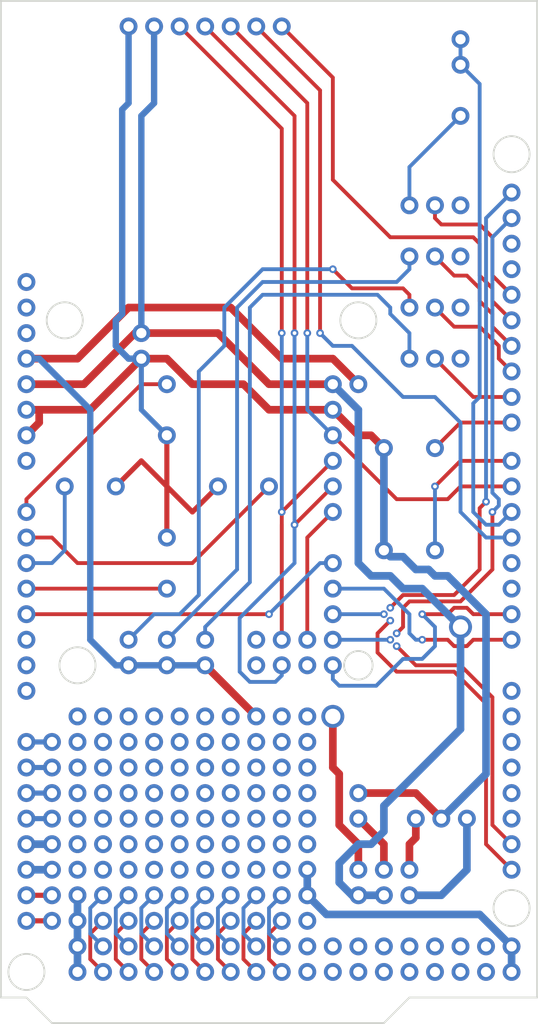
<source format=kicad_pcb>
(kicad_pcb (version 20171130) (host pcbnew "(5.1.8)-1")

  (general
    (thickness 1.6)
    (drawings 56)
    (tracks 630)
    (zones 0)
    (modules 0)
    (nets 1)
  )

  (page User 139.7 215.9)
  (layers
    (0 F.Cu mixed)
    (31 B.Cu mixed)
    (33 F.Adhes user hide)
    (35 F.Paste user hide)
    (37 F.SilkS user hide)
    (38 B.Mask user hide)
    (39 F.Mask user hide)
    (40 Dwgs.User user hide)
    (41 Cmts.User user hide)
    (42 Eco1.User user hide)
    (43 Eco2.User user hide)
    (44 Edge.Cuts user)
    (45 Margin user hide)
    (46 B.CrtYd user hide)
    (47 F.CrtYd user hide)
    (49 F.Fab user hide)
  )

  (setup
    (last_trace_width 0.381)
    (user_trace_width 0.381)
    (user_trace_width 0.508)
    (user_trace_width 0.635)
    (user_trace_width 0.762)
    (trace_clearance 0.254)
    (zone_clearance 0.508)
    (zone_45_only yes)
    (trace_min 0.1778)
    (via_size 1.524)
    (via_drill 0.889)
    (via_min_size 0.381)
    (via_min_drill 0.2794)
    (user_via 0.762 0.381)
    (user_via 1.27 0.635)
    (user_via 1.778 1.016)
    (user_via 2.286 1.524)
    (uvia_size 0.762)
    (uvia_drill 0.381)
    (uvias_allowed yes)
    (uvia_min_size 0.508)
    (uvia_min_drill 0.254)
    (edge_width 0.1778)
    (segment_width 0.1778)
    (pcb_text_width 0.3)
    (pcb_text_size 1.5 1.5)
    (mod_edge_width 0.1778)
    (mod_text_size 1 1)
    (mod_text_width 0.15)
    (pad_size 1.524 1.524)
    (pad_drill 0.762)
    (pad_to_mask_clearance 0)
    (aux_axis_origin 0 0)
    (grid_origin 8.89 8.89)
    (visible_elements 7FE8B01F)
    (pcbplotparams
      (layerselection 0x01000_ffffffff)
      (usegerberextensions false)
      (usegerberattributes true)
      (usegerberadvancedattributes true)
      (creategerberjobfile true)
      (gerberprecision 5)
      (excludeedgelayer true)
      (linewidth 0.127000)
      (plotframeref true)
      (viasonmask true)
      (mode 1)
      (useauxorigin false)
      (hpglpennumber 1)
      (hpglpenspeed 20)
      (hpglpendiameter 15.000000)
      (psnegative false)
      (psa4output false)
      (plotreference true)
      (plotvalue true)
      (plotinvisibletext false)
      (padsonsilk false)
      (subtractmaskfromsilk true)
      (outputformat 4)
      (mirror false)
      (drillshape 0)
      (scaleselection 1)
      (outputdirectory ""))
  )

  (net 0 "")

  (net_class Default "This is the default net class."
    (clearance 0.254)
    (trace_width 0.381)
    (via_dia 1.524)
    (via_drill 0.889)
    (uvia_dia 0.762)
    (uvia_drill 0.381)
  )

  (gr_circle (center 27.94 48.26) (end 29.21 49.53) (layer Edge.Cuts) (width 0.1778) (tstamp 604DB379))
  (gr_line (start 60.325 86.36) (end 60.325 99.06) (layer Dwgs.User) (width 0.15) (tstamp 601B0AEE))
  (gr_line (start 70.485 86.36) (end 60.325 86.36) (layer Dwgs.User) (width 0.15))
  (gr_line (start 70.485 99.06) (end 70.485 86.36) (layer Dwgs.User) (width 0.15))
  (gr_line (start 60.325 99.06) (end 70.485 99.06) (layer Dwgs.User) (width 0.15))
  (dimension 15.502326 (width 0.15) (layer Dwgs.User)
    (gr_text "0.6103 in" (at 60.214499 82.119999 34.9920202) (layer Dwgs.User)
      (effects (font (size 1 1) (thickness 0.15)))
    )
    (feature1 (pts (xy 54.61 87.63) (xy 54.27371 87.149585)))
    (feature2 (pts (xy 67.31 78.74) (xy 66.97371 78.259585)))
    (crossbar (pts (xy 67.31 78.74) (xy 54.61 87.63)))
    (arrow1a (pts (xy 54.61 87.63) (xy 55.196578 86.503578)))
    (arrow1b (pts (xy 54.61 87.63) (xy 55.869158 87.464407)))
    (arrow2a (pts (xy 67.31 78.74) (xy 66.050842 78.905593)))
    (arrow2b (pts (xy 67.31 78.74) (xy 66.723422 79.866422)))
  )
  (gr_circle (center 57.15 48.26) (end 58.946051 48.26) (layer Edge.Cuts) (width 0.1778))
  (gr_line (start 62.23 115.57) (end 74.93 115.57) (layer Edge.Cuts) (width 0.1778) (tstamp 5FDE6659))
  (gr_line (start 59.69 118.11) (end 26.67 118.11) (layer Edge.Cuts) (width 0.1778) (tstamp 5FDE6656))
  (gr_circle (center 24.13 113.03) (end 25.4 114.3) (layer Edge.Cuts) (width 0.1778))
  (gr_line (start 59.69 118.11) (end 62.23 115.57) (layer Edge.Cuts) (width 0.1778))
  (gr_circle (center 72.39 106.68) (end 73.66 107.95) (layer Edge.Cuts) (width 0.1778))
  (gr_line (start 24.13 115.57) (end 26.67 118.11) (layer Edge.Cuts) (width 0.1778))
  (gr_line (start 21.59 115.57) (end 24.13 115.57) (layer Edge.Cuts) (width 0.1778))
  (gr_circle (center 29.21 82.55) (end 30.48 83.82) (layer Edge.Cuts) (width 0.1778))
  (gr_circle (center 57.15 82.55) (end 58.42 83.185) (layer Edge.Cuts) (width 0.1778))
  (gr_circle (center 72.39 31.75) (end 73.66 30.48) (layer Edge.Cuts) (width 0.1778))
  (gr_line (start 74.93 16.51) (end 21.59 16.51) (layer Edge.Cuts) (width 0.1778) (tstamp 5FC4A363))
  (gr_line (start 74.93 115.57) (end 74.93 16.51) (layer Edge.Cuts) (width 0.1778))
  (gr_line (start 21.59 16.51) (end 21.59 115.57) (layer Edge.Cuts) (width 0.1778))
  (gr_line (start 68.58 49.53) (end 68.58 45.72) (layer Dwgs.User) (width 0.15))
  (gr_line (start 60.96 49.53) (end 68.58 49.53) (layer Dwgs.User) (width 0.15))
  (gr_line (start 68.58 45.72) (end 60.96 45.72) (layer Dwgs.User) (width 0.15) (tstamp 5FC35979))
  (gr_line (start 60.96 45.72) (end 60.96 49.53) (layer Dwgs.User) (width 0.15))
  (gr_line (start 68.58 40.64) (end 60.96 40.64) (layer Dwgs.User) (width 0.15) (tstamp 5FC3595A))
  (gr_line (start 60.96 44.45) (end 68.58 44.45) (layer Dwgs.User) (width 0.15))
  (gr_line (start 60.96 40.64) (end 60.96 44.45) (layer Dwgs.User) (width 0.15))
  (gr_line (start 68.58 44.45) (end 68.58 40.64) (layer Dwgs.User) (width 0.15))
  (gr_line (start 68.58 35.56) (end 60.96 35.56) (layer Dwgs.User) (width 0.15) (tstamp 5FC35953))
  (gr_line (start 60.96 35.56) (end 60.96 39.37) (layer Dwgs.User) (width 0.15))
  (gr_line (start 60.96 39.37) (end 68.58 39.37) (layer Dwgs.User) (width 0.15))
  (gr_line (start 68.58 39.37) (end 68.58 35.56) (layer Dwgs.User) (width 0.15))
  (gr_circle (center 30.48 64.77) (end 33.02 64.77) (layer Dwgs.User) (width 0.15))
  (gr_circle (center 62.23 71.12) (end 64.77 71.12) (layer Dwgs.User) (width 0.15))
  (gr_line (start 25.4 45.72) (end 59.69 45.72) (layer Dwgs.User) (width 0.15))
  (gr_line (start 59.69 22.86) (end 25.4 22.86) (layer Dwgs.User) (width 0.15))
  (gr_line (start 68.58 50.8) (end 60.96 50.8) (layer Dwgs.User) (width 0.15) (tstamp 5FC3597F))
  (gr_line (start 68.58 54.61) (end 68.58 50.8) (layer Dwgs.User) (width 0.15))
  (gr_line (start 60.96 54.61) (end 68.58 54.61) (layer Dwgs.User) (width 0.15))
  (gr_line (start 60.96 50.8) (end 60.96 54.61) (layer Dwgs.User) (width 0.15))
  (gr_circle (center 67.31 24.13) (end 67.31 30.48) (layer Dwgs.User) (width 0.15))
  (gr_circle (center 45.72 64.77) (end 48.26 64.77) (layer Dwgs.User) (width 0.15))
  (gr_circle (center 38.1 72.39) (end 38.1 69.85) (layer Dwgs.User) (width 0.15))
  (gr_circle (center 38.1 57.15) (end 38.1 54.61) (layer Dwgs.User) (width 0.15))
  (gr_circle (center 62.23 60.96) (end 64.77 60.96) (layer Dwgs.User) (width 0.15))
  (gr_line (start 59.69 17.78) (end 25.4 17.78) (layer Dwgs.User) (width 0.15) (tstamp 5FC3435D))
  (gr_line (start 59.69 50.8) (end 59.69 17.78) (layer Dwgs.User) (width 0.15))
  (gr_line (start 25.4 50.8) (end 59.69 50.8) (layer Dwgs.User) (width 0.15))
  (gr_line (start 25.4 17.78) (end 25.4 50.8) (layer Dwgs.User) (width 0.15))
  (gr_line (start 53.34 78.74) (end 45.72 78.74) (layer Dwgs.User) (width 0.15) (tstamp 5FC342E7))
  (gr_line (start 53.34 83.82) (end 53.34 78.74) (layer Dwgs.User) (width 0.15))
  (gr_line (start 45.72 83.82) (end 53.34 83.82) (layer Dwgs.User) (width 0.15))
  (gr_line (start 45.72 78.74) (end 45.72 83.82) (layer Dwgs.User) (width 0.15))
  (gr_circle (center 41.91 81.28) (end 41.91 80.01) (layer Dwgs.User) (width 0.15))
  (gr_circle (center 38.1 81.28) (end 38.1 80.01) (layer Dwgs.User) (width 0.15))
  (gr_circle (center 34.29 81.28) (end 34.29 80.01) (layer Dwgs.User) (width 0.15))

  (via blind (at 49.53 67.31) (size 0.762) (drill 0.381) (layers F.Cu B.Cu) (net 0))
  (segment (start 38.1 59.69) (end 38.1 59.69) (width 0.381) (layer F.Cu) (net 0))
  (segment (start 33.02 64.77) (end 33.02 64.77) (width 0.381) (layer F.Cu) (net 0))
  (segment (start 49.53 82.55) (end 49.53 82.55) (width 0.381) (layer B.Cu) (net 0) (tstamp 5FC45E05))
  (segment (start 27.94 64.77) (end 27.94 64.77) (width 0.381) (layer B.Cu) (net 0) (tstamp 5FC45E01))
  (segment (start 38.1 54.61) (end 38.1 54.61) (width 0.381) (layer F.Cu) (net 0) (tstamp 5FC45DED))
  (segment (start 35.56 54.61) (end 24.13 66.04) (width 0.381) (layer F.Cu) (net 0))
  (segment (start 24.13 66.04) (end 24.13 67.31) (width 0.381) (layer F.Cu) (net 0))
  (segment (start 38.1 74.93) (end 38.1 74.93) (width 0.381) (layer F.Cu) (net 0))
  (segment (start 26.67 72.39) (end 24.13 72.39) (width 0.381) (layer B.Cu) (net 0))
  (segment (start 48.26 64.77) (end 48.26 64.77) (width 0.381) (layer F.Cu) (net 0))
  (segment (start 40.64 72.39) (end 29.21 72.39) (width 0.381) (layer F.Cu) (net 0))
  (segment (start 29.21 72.39) (end 26.67 69.85) (width 0.381) (layer F.Cu) (net 0))
  (segment (start 26.67 69.85) (end 24.13 69.85) (width 0.381) (layer F.Cu) (net 0))
  (via blind (at 50.8 68.58) (size 0.762) (drill 0.381) (layers F.Cu B.Cu) (net 0))
  (segment (start 67.31 64.77) (end 66.04 66.04) (width 0.381) (layer F.Cu) (net 0))
  (segment (start 67.31 62.23) (end 64.77 64.77) (width 0.381) (layer F.Cu) (net 0))
  (via blind (at 64.77 64.77) (size 0.762) (drill 0.381) (layers F.Cu B.Cu) (net 0))
  (segment (start 62.23 52.07) (end 62.23 52.07) (width 0.381) (layer B.Cu) (net 0) (tstamp 5FC36994))
  (segment (start 62.23 46.99) (end 62.23 46.99) (width 0.381) (layer F.Cu) (net 0) (tstamp 5FC36992))
  (segment (start 62.23 41.91) (end 62.23 41.91) (width 0.381) (layer B.Cu) (net 0) (tstamp 5FC3698C))
  (segment (start 62.23 36.83) (end 62.23 36.83) (width 0.381) (layer B.Cu) (net 0) (tstamp 5FC3698A))
  (segment (start 43.815 46.99) (end 43.815 50.8) (width 0.381) (layer B.Cu) (net 0))
  (segment (start 47.625 43.18) (end 43.815 46.99) (width 0.381) (layer B.Cu) (net 0))
  (segment (start 47.625 44.45) (end 45.085 46.99) (width 0.381) (layer B.Cu) (net 0))
  (segment (start 62.23 43.18) (end 60.96 44.45) (width 0.381) (layer B.Cu) (net 0))
  (via (at 49.53 49.53) (size 0.762) (drill 0.381) (layers F.Cu B.Cu) (net 0))
  (segment (start 49.53 49.53) (end 49.53 67.31) (width 0.381) (layer B.Cu) (net 0) (tstamp 5FC36653))
  (via (at 50.8 49.53) (size 0.762) (drill 0.381) (layers F.Cu B.Cu) (net 0))
  (via (at 52.07 49.53) (size 0.762) (drill 0.381) (layers F.Cu B.Cu) (net 0))
  (segment (start 52.07 49.53) (end 52.07 57.15) (width 0.381) (layer B.Cu) (net 0) (tstamp 5FC3664F))
  (segment (start 52.07 57.15) (end 54.61 59.69) (width 0.381) (layer B.Cu) (net 0))
  (segment (start 48.26 54.61) (end 43.18 49.53) (width 0.762) (layer F.Cu) (net 0))
  (segment (start 43.18 49.53) (end 35.56 49.53) (width 0.762) (layer F.Cu) (net 0))
  (segment (start 62.23 33.02) (end 67.31 27.94) (width 0.381) (layer B.Cu) (net 0))
  (segment (start 68.58 55.88) (end 64.77 52.07) (width 0.381) (layer F.Cu) (net 0))
  (segment (start 48.26 57.15) (end 45.72 54.61) (width 0.762) (layer F.Cu) (net 0))
  (segment (start 52.07 69.85) (end 52.07 80.01) (width 0.381) (layer F.Cu) (net 0))
  (segment (start 49.53 67.31) (end 49.53 80.01) (width 0.381) (layer F.Cu) (net 0) (tstamp 5FC35249))
  (segment (start 27.94 71.12) (end 26.67 72.39) (width 0.381) (layer B.Cu) (net 0))
  (segment (start 38.1 52.07) (end 40.64 54.61) (width 0.762) (layer F.Cu) (net 0))
  (segment (start 49.53 80.01) (end 49.53 68.58) (width 0.381) (layer F.Cu) (net 0) (tstamp 5FC36604))
  (segment (start 49.53 82.55) (end 49.53 82.55) (width 0.381) (layer B.Cu) (net 0))
  (segment (start 38.1 69.85) (end 38.1 69.85) (width 0.381) (layer F.Cu) (net 0) (tstamp 5FC45DEF))
  (segment (start 38.1 69.85) (end 38.1 69.85) (width 0.381) (layer F.Cu) (net 0) (tstamp 5FC369FD))
  (segment (start 49.53 82.55) (end 49.53 82.55) (width 0.381) (layer B.Cu) (net 0) (tstamp 5FC36606))
  (via (at 49.53 105.41) (size 1.778) (drill 1.016) (layers F.Cu B.Cu) (net 0))
  (via (at 46.99 105.41) (size 1.778) (drill 1.016) (layers F.Cu B.Cu) (net 0))
  (via (at 44.45 105.41) (size 1.778) (drill 1.016) (layers F.Cu B.Cu) (net 0))
  (via (at 41.91 105.41) (size 1.778) (drill 1.016) (layers F.Cu B.Cu) (net 0))
  (via (at 39.37 105.41) (size 1.778) (drill 1.016) (layers F.Cu B.Cu) (net 0))
  (via (at 36.83 105.41) (size 1.778) (drill 1.016) (layers F.Cu B.Cu) (net 0))
  (via (at 34.29 105.41) (size 1.778) (drill 1.016) (layers F.Cu B.Cu) (net 0))
  (via (at 31.75 105.41) (size 1.778) (drill 1.016) (layers F.Cu B.Cu) (net 0))
  (via (at 29.21 105.41) (size 1.778) (drill 1.016) (layers F.Cu B.Cu) (net 0))
  (via (at 29.21 107.95) (size 1.778) (drill 1.016) (layers F.Cu B.Cu) (net 0))
  (via (at 29.21 110.49) (size 1.778) (drill 1.016) (layers F.Cu B.Cu) (net 0))
  (via (at 29.21 113.03) (size 1.778) (drill 1.016) (layers F.Cu B.Cu) (net 0))
  (via (at 31.75 113.03) (size 1.778) (drill 1.016) (layers F.Cu B.Cu) (net 0))
  (via (at 31.75 110.49) (size 1.778) (drill 1.016) (layers F.Cu B.Cu) (net 0))
  (via (at 31.75 107.95) (size 1.778) (drill 1.016) (layers F.Cu B.Cu) (net 0))
  (via (at 34.29 107.95) (size 1.778) (drill 1.016) (layers F.Cu B.Cu) (net 0))
  (via (at 34.29 110.49) (size 1.778) (drill 1.016) (layers F.Cu B.Cu) (net 0))
  (via (at 34.29 113.03) (size 1.778) (drill 1.016) (layers F.Cu B.Cu) (net 0))
  (via (at 36.83 113.03) (size 1.778) (drill 1.016) (layers F.Cu B.Cu) (net 0))
  (via (at 36.83 110.49) (size 1.778) (drill 1.016) (layers F.Cu B.Cu) (net 0))
  (via (at 36.83 107.95) (size 1.778) (drill 1.016) (layers F.Cu B.Cu) (net 0))
  (via (at 39.37 107.95) (size 1.778) (drill 1.016) (layers F.Cu B.Cu) (net 0))
  (via (at 39.37 110.49) (size 1.778) (drill 1.016) (layers F.Cu B.Cu) (net 0))
  (via (at 39.37 113.03) (size 1.778) (drill 1.016) (layers F.Cu B.Cu) (net 0))
  (via (at 49.53 107.95) (size 1.778) (drill 1.016) (layers F.Cu B.Cu) (net 0))
  (via (at 46.99 107.95) (size 1.778) (drill 1.016) (layers F.Cu B.Cu) (net 0))
  (via (at 44.45 107.95) (size 1.778) (drill 1.016) (layers F.Cu B.Cu) (net 0))
  (via (at 41.91 107.95) (size 1.778) (drill 1.016) (layers F.Cu B.Cu) (net 0))
  (via (at 41.91 110.49) (size 1.778) (drill 1.016) (layers F.Cu B.Cu) (net 0))
  (via (at 41.91 113.03) (size 1.778) (drill 1.016) (layers F.Cu B.Cu) (net 0))
  (via (at 44.45 113.03) (size 1.778) (drill 1.016) (layers F.Cu B.Cu) (net 0))
  (via (at 44.45 110.49) (size 1.778) (drill 1.016) (layers F.Cu B.Cu) (net 0))
  (via (at 49.53 82.55) (size 1.778) (drill 1.016) (layers F.Cu B.Cu) (net 0))
  (via (at 49.53 80.01) (size 1.778) (drill 1.016) (layers F.Cu B.Cu) (net 0))
  (via (at 52.07 80.01) (size 1.778) (drill 1.016) (layers F.Cu B.Cu) (net 0))
  (via (at 52.07 82.55) (size 1.778) (drill 1.016) (layers F.Cu B.Cu) (net 0))
  (via (at 46.99 80.01) (size 1.778) (drill 1.016) (layers F.Cu B.Cu) (net 0))
  (via (at 46.99 82.55) (size 1.778) (drill 1.016) (layers F.Cu B.Cu) (net 0))
  (via (at 54.61 82.55) (size 1.778) (drill 1.016) (layers F.Cu B.Cu) (net 0))
  (via (at 54.61 80.01) (size 1.778) (drill 1.016) (layers F.Cu B.Cu) (net 0))
  (via (at 54.61 77.47) (size 1.778) (drill 1.016) (layers F.Cu B.Cu) (net 0))
  (via (at 54.61 74.93) (size 1.778) (drill 1.016) (layers F.Cu B.Cu) (net 0))
  (via (at 41.91 82.55) (size 1.778) (drill 1.016) (layers F.Cu B.Cu) (net 0))
  (via (at 41.91 80.01) (size 1.778) (drill 1.016) (layers F.Cu B.Cu) (net 0))
  (via (at 38.1 80.01) (size 1.778) (drill 1.016) (layers F.Cu B.Cu) (net 0))
  (via (at 38.1 82.55) (size 1.778) (drill 1.016) (layers F.Cu B.Cu) (net 0))
  (via (at 34.29 80.01) (size 1.778) (drill 1.016) (layers F.Cu B.Cu) (net 0))
  (via (at 24.13 74.93) (size 1.778) (drill 1.016) (layers F.Cu B.Cu) (net 0))
  (via (at 24.13 72.39) (size 1.778) (drill 1.016) (layers F.Cu B.Cu) (net 0))
  (via (at 24.13 69.85) (size 1.778) (drill 1.016) (layers F.Cu B.Cu) (net 0))
  (via (at 24.13 67.31) (size 1.778) (drill 1.016) (layers F.Cu B.Cu) (net 0))
  (via (at 24.13 90.17) (size 1.778) (drill 1.016) (layers F.Cu B.Cu) (net 0))
  (via (at 24.13 85.09) (size 1.778) (drill 1.016) (layers F.Cu B.Cu) (net 0))
  (via (at 24.13 82.55) (size 1.778) (drill 1.016) (layers F.Cu B.Cu) (net 0))
  (via (at 24.13 80.01) (size 1.778) (drill 1.016) (layers F.Cu B.Cu) (net 0))
  (via (at 24.13 92.71) (size 1.778) (drill 1.016) (layers F.Cu B.Cu) (net 0))
  (via (at 26.67 92.71) (size 1.778) (drill 1.016) (layers F.Cu B.Cu) (net 0))
  (via (at 26.67 90.17) (size 1.778) (drill 1.016) (layers F.Cu B.Cu) (net 0))
  (via (at 72.39 80.01) (size 1.778) (drill 1.016) (layers F.Cu B.Cu) (net 0))
  (via (at 72.39 77.47) (size 1.778) (drill 1.016) (layers F.Cu B.Cu) (net 0))
  (via (at 72.39 74.93) (size 1.778) (drill 1.016) (layers F.Cu B.Cu) (net 0))
  (via (at 72.39 72.39) (size 1.778) (drill 1.016) (layers F.Cu B.Cu) (net 0))
  (via (at 72.39 67.31) (size 1.778) (drill 1.016) (layers F.Cu B.Cu) (net 0))
  (segment (start 72.39 64.77) (end 67.31 64.77) (width 0.381) (layer F.Cu) (net 0) (tstamp 5FDE63AB))
  (via (at 72.39 64.77) (size 1.778) (drill 1.016) (layers F.Cu B.Cu) (net 0))
  (segment (start 72.39 62.23) (end 67.31 62.23) (width 0.381) (layer F.Cu) (net 0) (tstamp 5FDE63AD))
  (via (at 72.39 62.23) (size 1.778) (drill 1.016) (layers F.Cu B.Cu) (net 0))
  (via (at 72.39 58.42) (size 1.778) (drill 1.016) (layers F.Cu B.Cu) (net 0))
  (segment (start 72.39 55.88) (end 68.58 55.88) (width 0.381) (layer F.Cu) (net 0) (tstamp 5FDE63B1))
  (via (at 72.39 55.88) (size 1.778) (drill 1.016) (layers F.Cu B.Cu) (net 0))
  (via (at 72.39 53.34) (size 1.778) (drill 1.016) (layers F.Cu B.Cu) (net 0))
  (via (at 72.39 50.8) (size 1.778) (drill 1.016) (layers F.Cu B.Cu) (net 0))
  (via (at 72.39 48.26) (size 1.778) (drill 1.016) (layers F.Cu B.Cu) (net 0))
  (via (at 72.39 45.72) (size 1.778) (drill 1.016) (layers F.Cu B.Cu) (net 0))
  (via (at 72.39 43.18) (size 1.778) (drill 1.016) (layers F.Cu B.Cu) (net 0))
  (via (at 72.39 40.64) (size 1.778) (drill 1.016) (layers F.Cu B.Cu) (net 0))
  (via (at 72.39 38.1) (size 1.778) (drill 1.016) (layers F.Cu B.Cu) (net 0))
  (via (at 72.39 35.56) (size 1.778) (drill 1.016) (layers F.Cu B.Cu) (net 0))
  (segment (start 64.77 36.83) (end 64.77 36.83) (width 0.381) (layer F.Cu) (net 0) (tstamp 5FDE63BF))
  (via (at 67.31 36.83) (size 1.778) (drill 1.016) (layers F.Cu B.Cu) (net 0))
  (via (at 64.77 36.83) (size 1.778) (drill 1.016) (layers F.Cu B.Cu) (net 0))
  (via (at 62.23 36.83) (size 1.778) (drill 1.016) (layers F.Cu B.Cu) (net 0))
  (via (at 62.23 41.91) (size 1.778) (drill 1.016) (layers F.Cu B.Cu) (net 0))
  (segment (start 62.23 41.91) (end 62.23 43.18) (width 0.381) (layer B.Cu) (net 0) (tstamp 5FDE63C3))
  (via (at 64.77 41.91) (size 1.778) (drill 1.016) (layers F.Cu B.Cu) (net 0))
  (segment (start 64.77 41.91) (end 64.77 41.91) (width 0.381) (layer F.Cu) (net 0) (tstamp 5FDE63C5))
  (via (at 67.31 41.91) (size 1.778) (drill 1.016) (layers F.Cu B.Cu) (net 0))
  (segment (start 64.77 46.99) (end 64.77 46.99) (width 0.381) (layer F.Cu) (net 0) (tstamp 5FDE63C7))
  (via (at 67.31 46.99) (size 1.778) (drill 1.016) (layers F.Cu B.Cu) (net 0))
  (via (at 64.77 46.99) (size 1.778) (drill 1.016) (layers F.Cu B.Cu) (net 0))
  (via (at 62.23 46.99) (size 1.778) (drill 1.016) (layers F.Cu B.Cu) (net 0))
  (via (at 62.23 52.07) (size 1.778) (drill 1.016) (layers F.Cu B.Cu) (net 0))
  (via (at 64.77 52.07) (size 1.778) (drill 1.016) (layers F.Cu B.Cu) (net 0))
  (segment (start 64.77 52.07) (end 64.77 52.07) (width 0.381) (layer F.Cu) (net 0) (tstamp 5FDE63CD))
  (via (at 67.31 52.07) (size 1.778) (drill 1.016) (layers F.Cu B.Cu) (net 0))
  (via (at 64.77 60.96) (size 1.778) (drill 1.016) (layers F.Cu B.Cu) (net 0))
  (via (at 59.69 60.96) (size 1.778) (drill 1.016) (layers F.Cu B.Cu) (net 0))
  (via (at 64.77 71.12) (size 1.778) (drill 1.016) (layers F.Cu B.Cu) (net 0))
  (via (at 59.69 71.12) (size 1.778) (drill 1.016) (layers F.Cu B.Cu) (net 0))
  (segment (start 54.61 67.31) (end 52.07 69.85) (width 0.381) (layer F.Cu) (net 0) (tstamp 5FDE63D7))
  (via (at 54.61 67.31) (size 1.778) (drill 1.016) (layers F.Cu B.Cu) (net 0))
  (segment (start 54.61 64.77) (end 50.8 68.58) (width 0.381) (layer F.Cu) (net 0) (tstamp 5FDE63D9))
  (via (at 54.61 64.77) (size 1.778) (drill 1.016) (layers F.Cu B.Cu) (net 0))
  (segment (start 54.61 62.23) (end 49.53 67.31) (width 0.381) (layer F.Cu) (net 0) (tstamp 5FDE63DB))
  (via (at 54.61 62.23) (size 1.778) (drill 1.016) (layers F.Cu B.Cu) (net 0))
  (via (at 54.61 59.69) (size 1.778) (drill 1.016) (layers F.Cu B.Cu) (net 0))
  (segment (start 54.61 57.15) (end 48.26 57.15) (width 0.762) (layer F.Cu) (net 0) (tstamp 5FDE63DF))
  (via (at 54.61 57.15) (size 1.778) (drill 1.016) (layers F.Cu B.Cu) (net 0))
  (segment (start 54.61 54.61) (end 48.26 54.61) (width 0.762) (layer F.Cu) (net 0) (tstamp 5FDE63E1))
  (via (at 54.61 54.61) (size 1.778) (drill 1.016) (layers F.Cu B.Cu) (net 0))
  (segment (start 48.26 64.77) (end 40.64 72.39) (width 0.381) (layer F.Cu) (net 0) (tstamp 5FDE63E3))
  (via (at 48.26 64.77) (size 1.778) (drill 1.016) (layers F.Cu B.Cu) (net 0))
  (segment (start 43.18 64.77) (end 43.18 64.77) (width 0.381) (layer F.Cu) (net 0) (tstamp 5FDE63E5))
  (via (at 43.18 64.77) (size 1.778) (drill 1.016) (layers F.Cu B.Cu) (net 0))
  (segment (start 38.1 69.85) (end 38.1 69.85) (width 0.381) (layer F.Cu) (net 0) (tstamp 5FDE63F6))
  (via (at 38.1 69.85) (size 1.778) (drill 1.016) (layers F.Cu B.Cu) (net 0))
  (segment (start 38.1 74.93) (end 24.13 74.93) (width 0.381) (layer F.Cu) (net 0) (tstamp 5FDE63F8))
  (via (at 38.1 74.93) (size 1.778) (drill 1.016) (layers F.Cu B.Cu) (net 0))
  (segment (start 38.1 54.61) (end 35.56 54.61) (width 0.381) (layer F.Cu) (net 0) (tstamp 5FDE63FA))
  (via (at 38.1 54.61) (size 1.778) (drill 1.016) (layers F.Cu B.Cu) (net 0))
  (via (at 38.1 59.69) (size 1.778) (drill 1.016) (layers F.Cu B.Cu) (net 0))
  (via (at 33.02 64.77) (size 1.778) (drill 1.016) (layers F.Cu B.Cu) (net 0))
  (segment (start 27.94 64.77) (end 27.94 71.12) (width 0.381) (layer B.Cu) (net 0) (tstamp 5FDE6400))
  (via (at 27.94 64.77) (size 1.778) (drill 1.016) (layers F.Cu B.Cu) (net 0))
  (via (at 52.07 87.63) (size 1.778) (drill 1.016) (layers F.Cu B.Cu) (net 0))
  (via (at 49.53 87.63) (size 1.778) (drill 1.016) (layers F.Cu B.Cu) (net 0))
  (via (at 46.99 87.63) (size 1.778) (drill 1.016) (layers F.Cu B.Cu) (net 0))
  (via (at 44.45 87.63) (size 1.778) (drill 1.016) (layers F.Cu B.Cu) (net 0))
  (via (at 41.91 87.63) (size 1.778) (drill 1.016) (layers F.Cu B.Cu) (net 0))
  (via (at 39.37 87.63) (size 1.778) (drill 1.016) (layers F.Cu B.Cu) (net 0))
  (via (at 36.83 87.63) (size 1.778) (drill 1.016) (layers F.Cu B.Cu) (net 0))
  (via (at 34.29 87.63) (size 1.778) (drill 1.016) (layers F.Cu B.Cu) (net 0))
  (via (at 31.75 87.63) (size 1.778) (drill 1.016) (layers F.Cu B.Cu) (net 0))
  (via (at 31.75 90.17) (size 1.778) (drill 1.016) (layers F.Cu B.Cu) (net 0))
  (via (at 31.75 92.71) (size 1.778) (drill 1.016) (layers F.Cu B.Cu) (net 0))
  (via (at 31.75 95.25) (size 1.778) (drill 1.016) (layers F.Cu B.Cu) (net 0))
  (via (at 31.75 97.79) (size 1.778) (drill 1.016) (layers F.Cu B.Cu) (net 0))
  (via (at 31.75 100.33) (size 1.778) (drill 1.016) (layers F.Cu B.Cu) (net 0))
  (via (at 31.75 102.87) (size 1.778) (drill 1.016) (layers F.Cu B.Cu) (net 0))
  (via (at 29.21 102.87) (size 1.778) (drill 1.016) (layers F.Cu B.Cu) (net 0))
  (via (at 26.67 102.87) (size 1.778) (drill 1.016) (layers F.Cu B.Cu) (net 0))
  (via (at 26.67 100.33) (size 1.778) (drill 1.016) (layers F.Cu B.Cu) (net 0))
  (via (at 24.13 100.33) (size 1.778) (drill 1.016) (layers F.Cu B.Cu) (net 0))
  (via (at 24.13 97.79) (size 1.778) (drill 1.016) (layers F.Cu B.Cu) (net 0))
  (via (at 26.67 97.79) (size 1.778) (drill 1.016) (layers F.Cu B.Cu) (net 0))
  (via (at 26.67 95.25) (size 1.778) (drill 1.016) (layers F.Cu B.Cu) (net 0))
  (via (at 24.13 95.25) (size 1.778) (drill 1.016) (layers F.Cu B.Cu) (net 0))
  (via (at 26.67 105.41) (size 1.778) (drill 1.016) (layers F.Cu B.Cu) (net 0))
  (via (at 24.13 105.41) (size 1.778) (drill 1.016) (layers F.Cu B.Cu) (net 0))
  (via (at 24.13 107.95) (size 1.778) (drill 1.016) (layers F.Cu B.Cu) (net 0))
  (via (at 24.13 102.87) (size 1.778) (drill 1.016) (layers F.Cu B.Cu) (net 0))
  (via (at 26.67 107.95) (size 1.778) (drill 1.016) (layers F.Cu B.Cu) (net 0))
  (via (at 29.21 100.33) (size 1.778) (drill 1.016) (layers F.Cu B.Cu) (net 0))
  (via (at 29.21 97.79) (size 1.778) (drill 1.016) (layers F.Cu B.Cu) (net 0))
  (via (at 29.21 95.25) (size 1.778) (drill 1.016) (layers F.Cu B.Cu) (net 0))
  (via (at 29.21 92.71) (size 1.778) (drill 1.016) (layers F.Cu B.Cu) (net 0))
  (via (at 29.21 90.17) (size 1.778) (drill 1.016) (layers F.Cu B.Cu) (net 0))
  (via (at 29.21 87.63) (size 1.778) (drill 1.016) (layers F.Cu B.Cu) (net 0))
  (via (at 34.29 90.17) (size 1.778) (drill 1.016) (layers F.Cu B.Cu) (net 0))
  (via (at 36.83 90.17) (size 1.778) (drill 1.016) (layers F.Cu B.Cu) (net 0))
  (via (at 39.37 90.17) (size 1.778) (drill 1.016) (layers F.Cu B.Cu) (net 0))
  (via (at 39.37 92.71) (size 1.778) (drill 1.016) (layers F.Cu B.Cu) (net 0))
  (via (at 36.83 92.71) (size 1.778) (drill 1.016) (layers F.Cu B.Cu) (net 0))
  (via (at 34.29 92.71) (size 1.778) (drill 1.016) (layers F.Cu B.Cu) (net 0))
  (via (at 34.29 95.25) (size 1.778) (drill 1.016) (layers F.Cu B.Cu) (net 0))
  (via (at 34.29 97.79) (size 1.778) (drill 1.016) (layers F.Cu B.Cu) (net 0))
  (via (at 34.29 100.33) (size 1.778) (drill 1.016) (layers F.Cu B.Cu) (net 0))
  (via (at 34.29 102.87) (size 1.778) (drill 1.016) (layers F.Cu B.Cu) (net 0))
  (via (at 36.83 102.87) (size 1.778) (drill 1.016) (layers F.Cu B.Cu) (net 0))
  (via (at 36.83 100.33) (size 1.778) (drill 1.016) (layers F.Cu B.Cu) (net 0))
  (via (at 36.83 97.79) (size 1.778) (drill 1.016) (layers F.Cu B.Cu) (net 0))
  (via (at 36.83 95.25) (size 1.778) (drill 1.016) (layers F.Cu B.Cu) (net 0))
  (via (at 39.37 95.25) (size 1.778) (drill 1.016) (layers F.Cu B.Cu) (net 0))
  (via (at 39.37 97.79) (size 1.778) (drill 1.016) (layers F.Cu B.Cu) (net 0))
  (via (at 39.37 100.33) (size 1.778) (drill 1.016) (layers F.Cu B.Cu) (net 0))
  (via (at 39.37 102.87) (size 1.778) (drill 1.016) (layers F.Cu B.Cu) (net 0))
  (via (at 41.91 102.87) (size 1.778) (drill 1.016) (layers F.Cu B.Cu) (net 0))
  (via (at 44.45 102.87) (size 1.778) (drill 1.016) (layers F.Cu B.Cu) (net 0))
  (via (at 46.99 102.87) (size 1.778) (drill 1.016) (layers F.Cu B.Cu) (net 0))
  (via (at 49.53 102.87) (size 1.778) (drill 1.016) (layers F.Cu B.Cu) (net 0))
  (via (at 49.53 100.33) (size 1.778) (drill 1.016) (layers F.Cu B.Cu) (net 0))
  (via (at 46.99 100.33) (size 1.778) (drill 1.016) (layers F.Cu B.Cu) (net 0))
  (via (at 44.45 100.33) (size 1.778) (drill 1.016) (layers F.Cu B.Cu) (net 0))
  (via (at 41.91 100.33) (size 1.778) (drill 1.016) (layers F.Cu B.Cu) (net 0))
  (via (at 41.91 97.79) (size 1.778) (drill 1.016) (layers F.Cu B.Cu) (net 0))
  (via (at 44.45 97.79) (size 1.778) (drill 1.016) (layers F.Cu B.Cu) (net 0))
  (via (at 46.99 97.79) (size 1.778) (drill 1.016) (layers F.Cu B.Cu) (net 0))
  (via (at 49.53 97.79) (size 1.778) (drill 1.016) (layers F.Cu B.Cu) (net 0))
  (via (at 52.07 107.95) (size 1.778) (drill 1.016) (layers F.Cu B.Cu) (net 0))
  (via (at 49.53 95.25) (size 1.778) (drill 1.016) (layers F.Cu B.Cu) (net 0))
  (via (at 46.99 95.25) (size 1.778) (drill 1.016) (layers F.Cu B.Cu) (net 0))
  (via (at 44.45 95.25) (size 1.778) (drill 1.016) (layers F.Cu B.Cu) (net 0))
  (via (at 41.91 95.25) (size 1.778) (drill 1.016) (layers F.Cu B.Cu) (net 0))
  (via (at 41.91 92.71) (size 1.778) (drill 1.016) (layers F.Cu B.Cu) (net 0))
  (via (at 41.91 90.17) (size 1.778) (drill 1.016) (layers F.Cu B.Cu) (net 0))
  (via (at 44.45 90.17) (size 1.778) (drill 1.016) (layers F.Cu B.Cu) (net 0))
  (via (at 44.45 92.71) (size 1.778) (drill 1.016) (layers F.Cu B.Cu) (net 0))
  (via (at 46.99 92.71) (size 1.778) (drill 1.016) (layers F.Cu B.Cu) (net 0))
  (via (at 46.99 90.17) (size 1.778) (drill 1.016) (layers F.Cu B.Cu) (net 0))
  (via (at 49.53 90.17) (size 1.778) (drill 1.016) (layers F.Cu B.Cu) (net 0))
  (via (at 49.53 92.71) (size 1.778) (drill 1.016) (layers F.Cu B.Cu) (net 0))
  (via (at 52.07 92.71) (size 1.778) (drill 1.016) (layers F.Cu B.Cu) (net 0))
  (via (at 52.07 90.17) (size 1.778) (drill 1.016) (layers F.Cu B.Cu) (net 0))
  (via (at 24.13 62.23) (size 1.778) (drill 1.016) (layers F.Cu B.Cu) (net 0))
  (via (at 24.13 59.69) (size 1.778) (drill 1.016) (layers F.Cu B.Cu) (net 0))
  (via (at 24.13 57.15) (size 1.778) (drill 1.016) (layers F.Cu B.Cu) (net 0))
  (via (at 24.13 54.61) (size 1.778) (drill 1.016) (layers F.Cu B.Cu) (net 0))
  (via (at 24.13 52.07) (size 1.778) (drill 1.016) (layers F.Cu B.Cu) (net 0))
  (via (at 24.13 49.53) (size 1.778) (drill 1.016) (layers F.Cu B.Cu) (net 0))
  (via (at 24.13 46.99) (size 1.778) (drill 1.016) (layers F.Cu B.Cu) (net 0))
  (via (at 24.13 44.45) (size 1.778) (drill 1.016) (layers F.Cu B.Cu) (net 0))
  (via (at 49.53 19.05) (size 1.778) (drill 1.016) (layers F.Cu B.Cu) (net 0))
  (via (at 44.45 19.05) (size 1.778) (drill 1.016) (layers F.Cu B.Cu) (net 0))
  (via (at 41.91 19.05) (size 1.778) (drill 1.016) (layers F.Cu B.Cu) (net 0))
  (via (at 39.37 19.05) (size 1.778) (drill 1.016) (layers F.Cu B.Cu) (net 0))
  (via (at 36.83 19.05) (size 1.778) (drill 1.016) (layers F.Cu B.Cu) (net 0))
  (via (at 34.29 19.05) (size 1.778) (drill 1.016) (layers F.Cu B.Cu) (net 0))
  (via (at 67.31 27.94) (size 1.778) (drill 1.016) (layers F.Cu B.Cu) (net 0))
  (via (at 67.31 20.32) (size 1.778) (drill 1.016) (layers F.Cu B.Cu) (net 0))
  (via (at 57.15 97.79) (size 1.778) (drill 1.016) (layers F.Cu B.Cu) (net 0))
  (via (at 57.15 110.49) (size 1.778) (drill 1.016) (layers F.Cu B.Cu) (net 0))
  (via (at 57.15 113.03) (size 1.778) (drill 1.016) (layers F.Cu B.Cu) (net 0))
  (via (at 59.69 113.03) (size 1.778) (drill 1.016) (layers F.Cu B.Cu) (net 0))
  (via (at 59.69 110.49) (size 1.778) (drill 1.016) (layers F.Cu B.Cu) (net 0))
  (via (at 62.23 110.49) (size 1.778) (drill 1.016) (layers F.Cu B.Cu) (net 0))
  (via (at 62.23 113.03) (size 1.778) (drill 1.016) (layers F.Cu B.Cu) (net 0))
  (via (at 57.15 95.25) (size 1.778) (drill 1.016) (layers F.Cu B.Cu) (net 0))
  (via (at 52.07 105.41) (size 1.778) (drill 1.016) (layers F.Cu B.Cu) (net 0))
  (via (at 46.99 110.49) (size 1.778) (drill 1.016) (layers F.Cu B.Cu) (net 0))
  (via (at 46.99 113.03) (size 1.778) (drill 1.016) (layers F.Cu B.Cu) (net 0))
  (via (at 49.53 110.49) (size 1.778) (drill 1.016) (layers F.Cu B.Cu) (net 0))
  (via (at 49.53 113.03) (size 1.778) (drill 1.016) (layers F.Cu B.Cu) (net 0))
  (via (at 52.07 113.03) (size 1.778) (drill 1.016) (layers F.Cu B.Cu) (net 0))
  (via (at 52.07 110.49) (size 1.778) (drill 1.016) (layers F.Cu B.Cu) (net 0))
  (segment (start 43.815 50.8) (end 41.275 53.34) (width 0.381) (layer B.Cu) (net 0))
  (segment (start 50.8 49.53) (end 50.8 68.58) (width 0.381) (layer B.Cu) (net 0))
  (via (at 67.945 97.79) (size 1.778) (drill 1.016) (layers F.Cu B.Cu) (net 0))
  (via (at 65.405 97.79) (size 1.778) (drill 1.016) (layers F.Cu B.Cu) (net 0))
  (via (at 62.865 97.79) (size 1.778) (drill 1.016) (layers F.Cu B.Cu) (net 0))
  (via (at 67.31 22.86) (size 1.778) (drill 1.016) (layers F.Cu B.Cu) (net 0))
  (segment (start 67.31 22.86) (end 67.31 20.32) (width 0.381) (layer B.Cu) (net 0))
  (segment (start 31.75 113.03) (end 30.48 111.76) (width 0.381) (layer F.Cu) (net 0))
  (segment (start 30.48 111.76) (end 30.48 109.22) (width 0.381) (layer F.Cu) (net 0))
  (segment (start 34.29 113.03) (end 33.02 111.76) (width 0.381) (layer F.Cu) (net 0))
  (segment (start 33.02 111.76) (end 33.02 109.22) (width 0.381) (layer F.Cu) (net 0))
  (segment (start 36.83 113.03) (end 35.56 111.76) (width 0.381) (layer F.Cu) (net 0))
  (segment (start 35.56 111.76) (end 35.56 109.22) (width 0.381) (layer F.Cu) (net 0))
  (segment (start 39.37 113.03) (end 38.1 111.76) (width 0.381) (layer F.Cu) (net 0))
  (segment (start 38.1 111.76) (end 38.1 109.22) (width 0.381) (layer F.Cu) (net 0))
  (segment (start 41.91 113.03) (end 40.64 111.76) (width 0.381) (layer F.Cu) (net 0))
  (segment (start 40.64 111.76) (end 40.64 109.22) (width 0.381) (layer F.Cu) (net 0))
  (segment (start 44.45 113.03) (end 43.18 111.76) (width 0.381) (layer F.Cu) (net 0))
  (segment (start 43.18 111.76) (end 43.18 109.22) (width 0.381) (layer F.Cu) (net 0))
  (segment (start 46.99 113.03) (end 45.72 111.76) (width 0.381) (layer F.Cu) (net 0))
  (segment (start 45.72 111.76) (end 45.72 109.22) (width 0.381) (layer F.Cu) (net 0))
  (segment (start 49.53 113.03) (end 48.26 111.76) (width 0.381) (layer F.Cu) (net 0))
  (segment (start 48.26 111.76) (end 48.26 109.22) (width 0.381) (layer F.Cu) (net 0))
  (segment (start 31.75 110.49) (end 30.48 109.22) (width 0.381) (layer B.Cu) (net 0))
  (segment (start 34.29 110.49) (end 33.02 109.22) (width 0.381) (layer B.Cu) (net 0))
  (segment (start 36.83 110.49) (end 35.56 109.22) (width 0.381) (layer B.Cu) (net 0))
  (segment (start 38.1 109.22) (end 39.37 110.49) (width 0.381) (layer B.Cu) (net 0))
  (segment (start 41.91 110.49) (end 40.64 109.22) (width 0.381) (layer B.Cu) (net 0))
  (segment (start 43.18 109.22) (end 44.45 110.49) (width 0.381) (layer B.Cu) (net 0))
  (segment (start 46.99 110.49) (end 45.72 109.22) (width 0.381) (layer B.Cu) (net 0))
  (segment (start 48.26 109.22) (end 49.53 110.49) (width 0.381) (layer B.Cu) (net 0))
  (segment (start 49.53 29.21) (end 39.37 19.05) (width 0.381) (layer F.Cu) (net 0))
  (segment (start 49.53 49.53) (end 49.53 29.21) (width 0.381) (layer F.Cu) (net 0))
  (segment (start 50.8 27.94) (end 41.91 19.05) (width 0.381) (layer F.Cu) (net 0))
  (segment (start 50.8 49.53) (end 50.8 27.94) (width 0.381) (layer F.Cu) (net 0))
  (segment (start 52.07 26.67) (end 44.45 19.05) (width 0.381) (layer F.Cu) (net 0))
  (segment (start 52.07 49.53) (end 52.07 26.67) (width 0.381) (layer F.Cu) (net 0))
  (segment (start 54.61 24.13) (end 49.53 19.05) (width 0.381) (layer F.Cu) (net 0))
  (segment (start 54.61 34.29) (end 54.61 24.13) (width 0.381) (layer F.Cu) (net 0))
  (segment (start 24.13 59.69) (end 25.4 58.42) (width 0.762) (layer F.Cu) (net 0))
  (segment (start 25.4 58.42) (end 25.4 57.15) (width 0.762) (layer F.Cu) (net 0))
  (segment (start 60.96 66.04) (end 54.61 59.69) (width 0.381) (layer F.Cu) (net 0))
  (segment (start 60.96 66.04) (end 66.04 66.04) (width 0.381) (layer F.Cu) (net 0) (tstamp 601AB4D7))
  (segment (start 47.625 44.45) (end 60.96 44.45) (width 0.381) (layer B.Cu) (net 0))
  (segment (start 47.625 43.18) (end 54.61 43.18) (width 0.381) (layer B.Cu) (net 0))
  (via (at 24.13 77.47) (size 1.778) (drill 1.016) (layers F.Cu B.Cu) (net 0))
  (via (at 54.61 72.39) (size 1.778) (drill 1.016) (layers F.Cu B.Cu) (net 0))
  (via blind (at 48.26 77.47) (size 0.762) (drill 0.381) (layers F.Cu B.Cu) (net 0))
  (segment (start 54.61 72.39) (end 53.34 72.39) (width 0.381) (layer B.Cu) (net 0))
  (segment (start 53.34 72.39) (end 48.26 77.47) (width 0.381) (layer B.Cu) (net 0))
  (via (at 34.29 82.55) (size 1.778) (drill 1.016) (layers F.Cu B.Cu) (net 0))
  (segment (start 25.4 52.07) (end 30.48 57.15) (width 0.635) (layer B.Cu) (net 0))
  (segment (start 24.13 52.07) (end 25.4 52.07) (width 0.635) (layer B.Cu) (net 0))
  (segment (start 45.72 54.61) (end 40.64 54.61) (width 0.762) (layer F.Cu) (net 0))
  (segment (start 35.56 57.15) (end 38.1 59.69) (width 0.508) (layer B.Cu) (net 0))
  (segment (start 35.56 52.07) (end 35.56 52.07) (width 0.508) (layer B.Cu) (net 0))
  (segment (start 40.64 67.31) (end 43.18 64.77) (width 0.508) (layer F.Cu) (net 0))
  (segment (start 33.02 64.77) (end 35.56 62.23) (width 0.508) (layer F.Cu) (net 0))
  (segment (start 35.56 62.23) (end 40.64 67.31) (width 0.508) (layer F.Cu) (net 0))
  (segment (start 38.1 59.69) (end 38.1 69.85) (width 0.508) (layer F.Cu) (net 0))
  (via blind (at 54.61 43.18) (size 0.762) (drill 0.381) (layers F.Cu B.Cu) (net 0))
  (segment (start 54.61 54.61) (end 57.15 57.15) (width 0.762) (layer B.Cu) (net 0))
  (segment (start 48.26 77.47) (end 24.13 77.47) (width 0.381) (layer F.Cu) (net 0))
  (segment (start 30.48 57.15) (end 30.48 80.01) (width 0.635) (layer B.Cu) (net 0))
  (segment (start 30.48 80.01) (end 33.02 82.55) (width 0.635) (layer B.Cu) (net 0))
  (segment (start 33.02 82.55) (end 34.29 82.55) (width 0.635) (layer B.Cu) (net 0))
  (segment (start 34.29 82.55) (end 38.1 82.55) (width 0.635) (layer B.Cu) (net 0))
  (segment (start 38.1 82.55) (end 41.91 82.55) (width 0.635) (layer B.Cu) (net 0))
  (segment (start 34.29 80.01) (end 36.83 77.47) (width 0.381) (layer B.Cu) (net 0))
  (segment (start 36.83 77.47) (end 39.37 77.47) (width 0.381) (layer B.Cu) (net 0))
  (segment (start 39.37 77.47) (end 41.275 75.565) (width 0.381) (layer B.Cu) (net 0))
  (segment (start 38.1 80.01) (end 45.085 73.025) (width 0.381) (layer B.Cu) (net 0))
  (segment (start 45.085 46.99) (end 45.085 73.025) (width 0.381) (layer B.Cu) (net 0))
  (segment (start 41.91 80.01) (end 41.91 78.74) (width 0.381) (layer B.Cu) (net 0))
  (segment (start 41.91 78.74) (end 46.355 74.295) (width 0.381) (layer B.Cu) (net 0))
  (segment (start 41.275 75.565) (end 41.275 53.34) (width 0.381) (layer B.Cu) (net 0))
  (segment (start 64.77 36.83) (end 64.77 38.1) (width 0.381) (layer F.Cu) (net 0))
  (segment (start 64.77 38.1) (end 65.405 38.735) (width 0.381) (layer F.Cu) (net 0))
  (segment (start 65.405 38.735) (end 69.215 38.735) (width 0.381) (layer F.Cu) (net 0))
  (segment (start 69.215 38.735) (end 70.485 40.005) (width 0.381) (layer F.Cu) (net 0))
  (segment (start 70.485 43.815) (end 72.39 45.72) (width 0.381) (layer F.Cu) (net 0))
  (segment (start 70.485 40.005) (end 70.485 43.815) (width 0.381) (layer F.Cu) (net 0))
  (segment (start 54.61 34.29) (end 60.325 40.005) (width 0.381) (layer F.Cu) (net 0))
  (segment (start 60.325 40.005) (end 68.58 40.005) (width 0.381) (layer F.Cu) (net 0))
  (segment (start 68.58 40.005) (end 69.215 40.64) (width 0.381) (layer F.Cu) (net 0))
  (segment (start 69.215 40.64) (end 69.215 43.815) (width 0.381) (layer F.Cu) (net 0))
  (segment (start 69.215 43.815) (end 70.485 45.085) (width 0.381) (layer F.Cu) (net 0))
  (segment (start 70.485 46.355) (end 72.39 48.26) (width 0.381) (layer F.Cu) (net 0))
  (segment (start 70.485 45.085) (end 70.485 46.355) (width 0.381) (layer F.Cu) (net 0))
  (segment (start 70.485 48.895) (end 72.39 50.8) (width 0.381) (layer F.Cu) (net 0))
  (segment (start 70.485 48.895) (end 70.485 47.625) (width 0.381) (layer F.Cu) (net 0))
  (segment (start 70.485 47.625) (end 69.215 46.355) (width 0.381) (layer F.Cu) (net 0))
  (segment (start 69.215 46.355) (end 69.215 45.085) (width 0.381) (layer F.Cu) (net 0))
  (segment (start 69.215 45.085) (end 67.945 43.815) (width 0.381) (layer F.Cu) (net 0))
  (segment (start 66.675 43.815) (end 64.77 41.91) (width 0.381) (layer F.Cu) (net 0))
  (segment (start 67.945 43.815) (end 66.675 43.815) (width 0.381) (layer F.Cu) (net 0))
  (segment (start 72.39 53.34) (end 71.12 52.07) (width 0.381) (layer F.Cu) (net 0))
  (segment (start 71.12 52.07) (end 71.12 50.8) (width 0.381) (layer F.Cu) (net 0))
  (segment (start 71.12 50.8) (end 69.215 48.895) (width 0.381) (layer F.Cu) (net 0))
  (segment (start 69.215 48.895) (end 66.675 48.895) (width 0.381) (layer F.Cu) (net 0))
  (segment (start 66.675 48.895) (end 64.77 46.99) (width 0.381) (layer F.Cu) (net 0))
  (segment (start 62.23 46.99) (end 62.23 45.72) (width 0.381) (layer F.Cu) (net 0))
  (segment (start 62.23 45.72) (end 61.595 45.085) (width 0.381) (layer F.Cu) (net 0))
  (segment (start 56.515 45.085) (end 54.61 43.18) (width 0.381) (layer F.Cu) (net 0))
  (segment (start 61.595 45.085) (end 56.515 45.085) (width 0.381) (layer F.Cu) (net 0))
  (segment (start 62.23 36.83) (end 62.23 33.02) (width 0.381) (layer B.Cu) (net 0))
  (segment (start 38.1 106.68) (end 38.1 109.22) (width 0.381) (layer B.Cu) (net 0))
  (segment (start 40.64 106.68) (end 41.91 105.41) (width 0.381) (layer B.Cu) (net 0))
  (segment (start 40.64 109.22) (end 40.64 106.68) (width 0.381) (layer B.Cu) (net 0))
  (segment (start 39.37 105.41) (end 38.1 106.68) (width 0.381) (layer B.Cu) (net 0))
  (segment (start 44.45 105.41) (end 43.18 106.68) (width 0.381) (layer B.Cu) (net 0))
  (segment (start 49.53 105.41) (end 48.26 106.68) (width 0.381) (layer B.Cu) (net 0))
  (segment (start 45.72 106.68) (end 46.99 105.41) (width 0.381) (layer B.Cu) (net 0))
  (segment (start 43.18 106.68) (end 43.18 109.22) (width 0.381) (layer B.Cu) (net 0))
  (segment (start 45.72 109.22) (end 45.72 106.68) (width 0.381) (layer B.Cu) (net 0))
  (segment (start 48.26 106.68) (end 48.26 109.22) (width 0.381) (layer B.Cu) (net 0))
  (segment (start 38.1 109.22) (end 39.37 107.95) (width 0.381) (layer F.Cu) (net 0))
  (segment (start 30.48 106.68) (end 31.75 105.41) (width 0.381) (layer B.Cu) (net 0))
  (segment (start 30.48 109.22) (end 30.48 106.68) (width 0.381) (layer B.Cu) (net 0))
  (segment (start 35.56 109.22) (end 36.83 107.95) (width 0.381) (layer F.Cu) (net 0))
  (segment (start 43.18 109.22) (end 44.45 107.95) (width 0.381) (layer F.Cu) (net 0))
  (segment (start 40.64 109.22) (end 41.91 107.95) (width 0.381) (layer F.Cu) (net 0))
  (segment (start 33.02 109.22) (end 34.29 107.95) (width 0.381) (layer F.Cu) (net 0))
  (segment (start 30.48 109.22) (end 31.75 107.95) (width 0.381) (layer F.Cu) (net 0))
  (segment (start 35.56 106.68) (end 36.83 105.41) (width 0.381) (layer B.Cu) (net 0))
  (segment (start 45.72 109.22) (end 46.99 107.95) (width 0.381) (layer F.Cu) (net 0))
  (segment (start 48.26 109.22) (end 49.53 107.95) (width 0.381) (layer F.Cu) (net 0))
  (segment (start 35.56 109.22) (end 35.56 106.68) (width 0.381) (layer B.Cu) (net 0))
  (segment (start 33.02 106.68) (end 34.29 105.41) (width 0.381) (layer B.Cu) (net 0))
  (segment (start 33.02 109.22) (end 33.02 106.68) (width 0.381) (layer B.Cu) (net 0))
  (segment (start 64.77 64.77) (end 64.77 71.12) (width 0.381) (layer B.Cu) (net 0))
  (segment (start 67.31 58.42) (end 64.77 60.96) (width 0.381) (layer F.Cu) (net 0))
  (segment (start 72.39 58.42) (end 67.31 58.42) (width 0.381) (layer F.Cu) (net 0))
  (segment (start 59.69 60.96) (end 59.69 71.12) (width 0.762) (layer B.Cu) (net 0))
  (segment (start 60.325 73.66) (end 61.595 74.93) (width 0.762) (layer B.Cu) (net 0))
  (via (at 59.69 77.47) (size 0.762) (drill 0.381) (layers F.Cu B.Cu) (net 0))
  (segment (start 57.15 72.39) (end 58.42 73.66) (width 0.762) (layer B.Cu) (net 0))
  (segment (start 57.15 57.15) (end 57.15 72.39) (width 0.762) (layer B.Cu) (net 0))
  (via (at 72.39 102.87) (size 1.778) (drill 1.016) (layers F.Cu B.Cu) (net 0))
  (via (at 72.39 100.33) (size 1.778) (drill 1.016) (layers F.Cu B.Cu) (net 0))
  (via (at 72.39 97.79) (size 1.778) (drill 1.016) (layers F.Cu B.Cu) (net 0))
  (via (at 72.39 95.25) (size 1.778) (drill 1.016) (layers F.Cu B.Cu) (net 0))
  (via (at 72.39 92.71) (size 1.778) (drill 1.016) (layers F.Cu B.Cu) (net 0))
  (via (at 72.39 90.17) (size 1.778) (drill 1.016) (layers F.Cu B.Cu) (net 0))
  (via (at 72.39 87.63) (size 1.778) (drill 1.016) (layers F.Cu B.Cu) (net 0))
  (via (at 72.39 85.09) (size 1.778) (drill 1.016) (layers F.Cu B.Cu) (net 0))
  (segment (start 46.355 74.295) (end 46.355 46.99) (width 0.381) (layer B.Cu) (net 0))
  (segment (start 46.355 46.99) (end 47.625 45.72) (width 0.381) (layer B.Cu) (net 0))
  (segment (start 47.625 45.72) (end 59.055 45.72) (width 0.381) (layer B.Cu) (net 0))
  (segment (start 59.055 45.72) (end 60.325 46.99) (width 0.381) (layer B.Cu) (net 0))
  (segment (start 60.325 46.99) (end 60.325 47.625) (width 0.381) (layer B.Cu) (net 0))
  (segment (start 60.325 47.625) (end 62.23 49.53) (width 0.381) (layer B.Cu) (net 0))
  (segment (start 62.23 49.53) (end 62.23 52.07) (width 0.381) (layer B.Cu) (net 0))
  (segment (start 63.5 74.93) (end 67.31 78.74) (width 0.762) (layer B.Cu) (net 0))
  (segment (start 66.04 73.66) (end 69.85 77.47) (width 0.762) (layer B.Cu) (net 0))
  (via (at 62.23 102.87) (size 1.778) (drill 1.016) (layers F.Cu B.Cu) (net 0))
  (via (at 59.69 102.87) (size 1.778) (drill 1.016) (layers F.Cu B.Cu) (net 0))
  (via (at 57.15 102.87) (size 1.778) (drill 1.016) (layers F.Cu B.Cu) (net 0))
  (via (at 57.15 105.41) (size 1.778) (drill 1.016) (layers F.Cu B.Cu) (net 0))
  (via (at 59.69 105.41) (size 1.778) (drill 1.016) (layers F.Cu B.Cu) (net 0))
  (via (at 62.23 105.41) (size 1.778) (drill 1.016) (layers F.Cu B.Cu) (net 0))
  (via (at 54.61 110.49) (size 1.778) (drill 1.016) (layers F.Cu B.Cu) (net 0))
  (via (at 54.61 113.03) (size 1.778) (drill 1.016) (layers F.Cu B.Cu) (net 0))
  (via (at 64.77 113.03) (size 1.778) (drill 1.016) (layers F.Cu B.Cu) (net 0))
  (via (at 64.77 110.49) (size 1.778) (drill 1.016) (layers F.Cu B.Cu) (net 0))
  (via (at 67.31 110.49) (size 1.778) (drill 1.016) (layers F.Cu B.Cu) (net 0))
  (via (at 67.31 113.03) (size 1.778) (drill 1.016) (layers F.Cu B.Cu) (net 0))
  (via (at 69.85 113.03) (size 1.778) (drill 1.016) (layers F.Cu B.Cu) (net 0))
  (via (at 69.85 110.49) (size 1.778) (drill 1.016) (layers F.Cu B.Cu) (net 0))
  (via (at 72.39 110.49) (size 1.778) (drill 1.016) (layers F.Cu B.Cu) (net 0))
  (via (at 72.39 113.03) (size 1.778) (drill 1.016) (layers F.Cu B.Cu) (net 0))
  (segment (start 72.39 102.87) (end 69.85 100.33) (width 0.381) (layer F.Cu) (net 0))
  (segment (start 69.85 93.345) (end 65.405 97.79) (width 0.762) (layer B.Cu) (net 0))
  (segment (start 69.85 77.47) (end 69.85 93.345) (width 0.762) (layer B.Cu) (net 0))
  (segment (start 67.31 78.74) (end 67.31 88.9) (width 0.762) (layer B.Cu) (net 0))
  (via (at 52.07 95.25) (size 1.778) (drill 1.016) (layers F.Cu B.Cu) (net 0))
  (via (at 52.07 97.79) (size 1.778) (drill 1.016) (layers F.Cu B.Cu) (net 0))
  (via (at 52.07 100.33) (size 1.778) (drill 1.016) (layers F.Cu B.Cu) (net 0))
  (via (at 52.07 102.87) (size 1.778) (drill 1.016) (layers F.Cu B.Cu) (net 0))
  (segment (start 65.405 97.79) (end 62.865 95.25) (width 0.762) (layer F.Cu) (net 0))
  (segment (start 59.69 100.33) (end 59.69 102.87) (width 0.762) (layer F.Cu) (net 0))
  (segment (start 57.15 97.79) (end 59.69 100.33) (width 0.762) (layer F.Cu) (net 0))
  (segment (start 62.865 95.25) (end 57.15 95.25) (width 0.762) (layer F.Cu) (net 0))
  (segment (start 57.15 102.87) (end 57.15 100.33) (width 0.762) (layer F.Cu) (net 0))
  (segment (start 57.15 100.33) (end 55.245 98.425) (width 0.762) (layer F.Cu) (net 0))
  (segment (start 55.245 98.425) (end 55.245 93.345) (width 0.762) (layer F.Cu) (net 0))
  (segment (start 55.245 93.345) (end 54.61 92.71) (width 0.762) (layer F.Cu) (net 0))
  (segment (start 54.61 92.71) (end 54.61 87.63) (width 0.762) (layer F.Cu) (net 0))
  (segment (start 62.23 102.87) (end 62.23 100.33) (width 0.762) (layer F.Cu) (net 0))
  (segment (start 62.23 100.33) (end 62.865 99.695) (width 0.762) (layer F.Cu) (net 0))
  (segment (start 62.865 99.695) (end 62.865 97.79) (width 0.762) (layer F.Cu) (net 0))
  (segment (start 67.31 88.9) (end 59.69 96.52) (width 0.762) (layer B.Cu) (net 0))
  (segment (start 59.69 96.52) (end 59.69 99.06) (width 0.762) (layer B.Cu) (net 0))
  (segment (start 59.69 99.06) (end 58.42 100.33) (width 0.762) (layer B.Cu) (net 0))
  (segment (start 57.15 105.41) (end 59.69 105.41) (width 0.762) (layer B.Cu) (net 0))
  (segment (start 62.23 105.41) (end 65.405 105.41) (width 0.762) (layer B.Cu) (net 0))
  (segment (start 65.405 105.41) (end 67.945 102.87) (width 0.762) (layer B.Cu) (net 0))
  (segment (start 67.945 102.87) (end 67.945 97.79) (width 0.762) (layer B.Cu) (net 0))
  (segment (start 72.39 80.01) (end 68.58 80.01) (width 0.381) (layer F.Cu) (net 0))
  (segment (start 68.58 80.01) (end 67.945 80.645) (width 0.381) (layer F.Cu) (net 0))
  (segment (start 67.945 80.645) (end 66.675 80.645) (width 0.381) (layer F.Cu) (net 0))
  (segment (start 66.675 80.645) (end 66.04 80.01) (width 0.381) (layer F.Cu) (net 0))
  (segment (start 72.39 77.47) (end 68.58 77.47) (width 0.381) (layer F.Cu) (net 0))
  (segment (start 68.58 77.47) (end 67.945 76.835) (width 0.381) (layer F.Cu) (net 0))
  (segment (start 67.945 76.835) (end 66.675 76.835) (width 0.381) (layer F.Cu) (net 0))
  (segment (start 66.675 76.835) (end 66.04 77.47) (width 0.381) (layer F.Cu) (net 0))
  (segment (start 59.69 60.96) (end 58.42 59.69) (width 0.762) (layer F.Cu) (net 0))
  (segment (start 58.42 59.69) (end 57.15 59.69) (width 0.762) (layer F.Cu) (net 0))
  (segment (start 57.15 59.69) (end 54.61 57.15) (width 0.762) (layer F.Cu) (net 0))
  (segment (start 69.85 38.1) (end 72.39 35.56) (width 0.381) (layer B.Cu) (net 0))
  (segment (start 72.39 38.1) (end 70.485 40.005) (width 0.381) (layer B.Cu) (net 0))
  (segment (start 72.39 67.31) (end 71.12 68.58) (width 0.381) (layer B.Cu) (net 0))
  (segment (start 71.12 66.675) (end 71.12 66.04) (width 0.381) (layer B.Cu) (net 0))
  (segment (start 71.12 66.04) (end 70.485 65.405) (width 0.381) (layer B.Cu) (net 0))
  (segment (start 70.485 65.405) (end 70.485 40.005) (width 0.381) (layer B.Cu) (net 0))
  (segment (start 70.485 67.31) (end 71.12 66.675) (width 0.381) (layer B.Cu) (net 0) (tstamp 604DA6BC))
  (via blind (at 70.485 67.31) (size 0.762) (drill 0.381) (layers F.Cu B.Cu) (net 0))
  (via blind (at 69.85 66.294) (size 0.762) (drill 0.381) (layers F.Cu B.Cu) (net 0))
  (segment (start 71.12 68.58) (end 69.85 68.58) (width 0.381) (layer B.Cu) (net 0))
  (segment (start 69.85 68.58) (end 68.58 67.31) (width 0.381) (layer B.Cu) (net 0))
  (segment (start 68.58 67.31) (end 68.58 56.515) (width 0.381) (layer B.Cu) (net 0))
  (segment (start 68.58 56.515) (end 69.215 55.88) (width 0.381) (layer B.Cu) (net 0))
  (segment (start 69.215 55.88) (end 69.215 24.765) (width 0.381) (layer B.Cu) (net 0))
  (segment (start 67.31 22.86) (end 69.215 24.765) (width 0.381) (layer B.Cu) (net 0))
  (segment (start 69.85 38.1) (end 69.85 66.294) (width 0.381) (layer B.Cu) (net 0))
  (segment (start 69.85 66.294) (end 69.215 66.929) (width 0.381) (layer F.Cu) (net 0))
  (segment (start 69.215 66.929) (end 69.215 73.025) (width 0.381) (layer F.Cu) (net 0))
  (segment (start 69.215 73.025) (end 66.675 75.565) (width 0.381) (layer F.Cu) (net 0))
  (segment (start 67.31 76.2) (end 62.23 76.2) (width 0.381) (layer F.Cu) (net 0))
  (segment (start 70.485 73.025) (end 67.31 76.2) (width 0.381) (layer F.Cu) (net 0))
  (segment (start 70.485 67.31) (end 70.485 73.025) (width 0.381) (layer F.Cu) (net 0))
  (segment (start 59.69 77.47) (end 54.61 77.47) (width 0.381) (layer B.Cu) (net 0))
  (segment (start 54.61 80.01) (end 60.325 80.01) (width 0.381) (layer B.Cu) (net 0))
  (segment (start 61.595 75.565) (end 66.675 75.565) (width 0.381) (layer F.Cu) (net 0))
  (segment (start 61.595 78.74) (end 61.595 76.835) (width 0.381) (layer F.Cu) (net 0))
  (segment (start 61.595 76.835) (end 62.23 76.2) (width 0.381) (layer F.Cu) (net 0))
  (segment (start 60.96 83.185) (end 59.055 81.28) (width 0.381) (layer F.Cu) (net 0))
  (segment (start 59.055 81.28) (end 59.055 79.375) (width 0.381) (layer F.Cu) (net 0))
  (segment (start 59.055 79.375) (end 60.325 78.105) (width 0.381) (layer F.Cu) (net 0))
  (segment (start 70.485 85.725) (end 67.31 82.55) (width 0.381) (layer F.Cu) (net 0))
  (segment (start 62.865 82.55) (end 60.96 80.645) (width 0.381) (layer F.Cu) (net 0))
  (segment (start 67.31 82.55) (end 62.865 82.55) (width 0.381) (layer F.Cu) (net 0))
  (segment (start 62.865 80.01) (end 62.23 79.375) (width 0.381) (layer B.Cu) (net 0))
  (segment (start 62.23 79.375) (end 62.23 77.47) (width 0.381) (layer B.Cu) (net 0))
  (segment (start 59.69 74.93) (end 54.61 74.93) (width 0.381) (layer B.Cu) (net 0))
  (segment (start 62.23 77.47) (end 59.69 74.93) (width 0.381) (layer B.Cu) (net 0))
  (segment (start 54.61 83.947) (end 55.245 84.582) (width 0.381) (layer B.Cu) (net 0))
  (segment (start 66.04 77.47) (end 63.5 77.47) (width 0.381) (layer F.Cu) (net 0))
  (segment (start 66.04 80.01) (end 63.5 80.01) (width 0.381) (layer F.Cu) (net 0))
  (segment (start 60.96 83.185) (end 66.675 83.185) (width 0.381) (layer F.Cu) (net 0))
  (segment (start 66.675 83.185) (end 69.85 86.36) (width 0.381) (layer F.Cu) (net 0))
  (segment (start 69.85 86.36) (end 69.85 100.33) (width 0.381) (layer F.Cu) (net 0))
  (segment (start 52.07 102.87) (end 52.07 105.41) (width 0.762) (layer B.Cu) (net 0))
  (segment (start 52.07 105.41) (end 53.975 107.315) (width 0.762) (layer B.Cu) (net 0))
  (segment (start 53.975 107.315) (end 69.215 107.315) (width 0.762) (layer B.Cu) (net 0))
  (segment (start 69.215 107.315) (end 72.39 110.49) (width 0.762) (layer B.Cu) (net 0))
  (segment (start 72.39 113.03) (end 72.39 110.49) (width 0.762) (layer B.Cu) (net 0))
  (segment (start 29.21 105.41) (end 29.21 113.03) (width 0.762) (layer B.Cu) (net 0))
  (segment (start 60.325 76.835) (end 61.595 75.565) (width 0.381) (layer F.Cu) (net 0) (tstamp 604DAE13))
  (via (at 60.325 76.835) (size 0.762) (drill 0.381) (layers F.Cu B.Cu) (net 0))
  (segment (start 63.5 80.01) (end 62.865 80.01) (width 0.381) (layer B.Cu) (net 0) (tstamp 604DAF07))
  (via blind (at 63.5 80.01) (size 0.762) (drill 0.381) (layers F.Cu B.Cu) (net 0))
  (via blind (at 63.5 77.47) (size 0.762) (drill 0.381) (layers F.Cu B.Cu) (net 0))
  (segment (start 60.96 79.375) (end 61.595 78.74) (width 0.381) (layer F.Cu) (net 0) (tstamp 604DAF0B))
  (via (at 60.96 79.375) (size 0.762) (drill 0.381) (layers F.Cu B.Cu) (net 0))
  (via (at 60.325 80.01) (size 0.762) (drill 0.381) (layers F.Cu B.Cu) (net 0))
  (via (at 60.96 80.645) (size 0.762) (drill 0.381) (layers F.Cu B.Cu) (net 0))
  (via (at 60.325 78.105) (size 0.762) (drill 0.381) (layers F.Cu B.Cu) (net 0))
  (segment (start 24.13 97.79) (end 26.67 97.79) (width 0.508) (layer B.Cu) (net 0))
  (segment (start 24.13 95.25) (end 26.67 95.25) (width 0.508) (layer B.Cu) (net 0))
  (segment (start 24.13 92.71) (end 26.67 92.71) (width 0.508) (layer B.Cu) (net 0))
  (segment (start 24.13 90.17) (end 26.67 90.17) (width 0.508) (layer B.Cu) (net 0))
  (segment (start 24.13 105.41) (end 26.67 105.41) (width 0.508) (layer F.Cu) (net 0))
  (segment (start 24.13 107.95) (end 26.67 107.95) (width 0.508) (layer F.Cu) (net 0))
  (segment (start 24.13 100.33) (end 26.67 100.33) (width 0.762) (layer B.Cu) (net 0))
  (segment (start 24.13 102.87) (end 26.67 102.87) (width 0.762) (layer B.Cu) (net 0))
  (segment (start 35.56 52.07) (end 35.56 57.15) (width 0.508) (layer B.Cu) (net 0) (tstamp 604DB1A0))
  (via (at 35.56 52.07) (size 1.778) (drill 1.016) (layers F.Cu B.Cu) (net 0))
  (via (at 35.56 49.53) (size 1.778) (drill 1.016) (layers F.Cu B.Cu) (net 0))
  (segment (start 35.56 49.53) (end 35.56 27.94) (width 0.635) (layer B.Cu) (net 0))
  (segment (start 36.83 26.67) (end 36.83 19.05) (width 0.635) (layer B.Cu) (net 0))
  (segment (start 35.56 27.94) (end 36.83 26.67) (width 0.635) (layer B.Cu) (net 0))
  (segment (start 34.29 19.05) (end 34.29 26.67) (width 0.635) (layer B.Cu) (net 0))
  (segment (start 34.29 26.67) (end 33.655 27.305) (width 0.635) (layer B.Cu) (net 0))
  (segment (start 33.655 27.305) (end 33.655 47.625) (width 0.635) (layer B.Cu) (net 0))
  (segment (start 33.655 47.625) (end 33.02 48.26) (width 0.635) (layer B.Cu) (net 0))
  (segment (start 33.02 48.26) (end 33.02 50.8) (width 0.635) (layer B.Cu) (net 0))
  (segment (start 33.02 50.8) (end 34.29 52.07) (width 0.635) (layer B.Cu) (net 0))
  (segment (start 34.29 52.07) (end 35.56 52.07) (width 0.635) (layer B.Cu) (net 0))
  (via (at 57.15 54.61) (size 1.778) (drill 1.016) (layers F.Cu B.Cu) (net 0))
  (segment (start 57.15 54.61) (end 54.61 52.07) (width 0.762) (layer F.Cu) (net 0))
  (segment (start 54.61 52.07) (end 49.53 52.07) (width 0.762) (layer F.Cu) (net 0))
  (segment (start 49.53 52.07) (end 44.45 46.99) (width 0.762) (layer F.Cu) (net 0))
  (via (at 46.99 19.05) (size 1.778) (drill 1.016) (layers F.Cu B.Cu) (net 0))
  (via (at 53.34 49.53) (size 0.762) (drill 0.381) (layers F.Cu B.Cu) (net 0))
  (segment (start 56.515 50.8) (end 54.61 50.8) (width 0.381) (layer B.Cu) (net 0))
  (segment (start 54.61 50.8) (end 53.34 49.53) (width 0.381) (layer B.Cu) (net 0))
  (segment (start 72.39 69.85) (end 69.85 69.85) (width 0.381) (layer B.Cu) (net 0))
  (segment (start 67.31 58.42) (end 67.31 67.31) (width 0.381) (layer B.Cu) (net 0))
  (segment (start 64.77 55.88) (end 67.31 58.42) (width 0.381) (layer B.Cu) (net 0))
  (segment (start 67.31 67.31) (end 69.85 69.85) (width 0.381) (layer B.Cu) (net 0))
  (segment (start 61.595 55.88) (end 56.515 50.8) (width 0.381) (layer B.Cu) (net 0))
  (segment (start 64.77 55.88) (end 61.595 55.88) (width 0.381) (layer B.Cu) (net 0))
  (segment (start 53.34 49.53) (end 53.34 25.4) (width 0.381) (layer F.Cu) (net 0))
  (segment (start 53.34 25.4) (end 46.99 19.05) (width 0.381) (layer F.Cu) (net 0))
  (via (at 72.39 69.85) (size 1.778) (drill 1.016) (layers F.Cu B.Cu) (net 0))
  (segment (start 63.5 74.93) (end 61.595 74.93) (width 0.762) (layer B.Cu) (net 0))
  (segment (start 60.325 73.66) (end 58.42 73.66) (width 0.762) (layer B.Cu) (net 0))
  (segment (start 72.39 100.33) (end 70.485 98.425) (width 0.381) (layer F.Cu) (net 0))
  (segment (start 70.485 98.425) (end 70.485 85.725) (width 0.381) (layer F.Cu) (net 0))
  (segment (start 50.8 72.39) (end 50.8 68.58) (width 0.381) (layer B.Cu) (net 0))
  (segment (start 45.339 77.851) (end 50.8 72.39) (width 0.381) (layer B.Cu) (net 0))
  (segment (start 45.339 83.185) (end 45.339 77.851) (width 0.381) (layer B.Cu) (net 0))
  (segment (start 46.355 84.201) (end 45.339 83.185) (width 0.381) (layer B.Cu) (net 0))
  (segment (start 48.895 84.201) (end 46.355 84.201) (width 0.381) (layer B.Cu) (net 0))
  (segment (start 49.53 83.566) (end 48.895 84.201) (width 0.381) (layer B.Cu) (net 0))
  (segment (start 49.53 82.55) (end 49.53 83.566) (width 0.381) (layer B.Cu) (net 0))
  (segment (start 54.61 83.947) (end 54.61 82.55) (width 0.381) (layer B.Cu) (net 0))
  (segment (start 64.77 78.74) (end 63.5 77.47) (width 0.381) (layer B.Cu) (net 0))
  (segment (start 63.5 81.915) (end 64.77 80.645) (width 0.381) (layer B.Cu) (net 0))
  (segment (start 64.77 80.645) (end 64.77 78.74) (width 0.381) (layer B.Cu) (net 0))
  (segment (start 61.595 81.915) (end 63.5 81.915) (width 0.381) (layer B.Cu) (net 0))
  (segment (start 58.928 84.582) (end 61.595 81.915) (width 0.381) (layer B.Cu) (net 0))
  (segment (start 58.928 84.582) (end 55.245 84.582) (width 0.381) (layer B.Cu) (net 0))
  (segment (start 61.595 71.755) (end 62.865 73.025) (width 0.762) (layer B.Cu) (net 0))
  (segment (start 62.865 73.025) (end 64.135 73.025) (width 0.762) (layer B.Cu) (net 0))
  (segment (start 64.135 73.025) (end 64.77 73.66) (width 0.762) (layer B.Cu) (net 0))
  (segment (start 64.77 73.66) (end 66.04 73.66) (width 0.762) (layer B.Cu) (net 0))
  (segment (start 60.325 71.755) (end 59.69 71.12) (width 0.762) (layer B.Cu) (net 0))
  (segment (start 61.595 71.755) (end 60.325 71.755) (width 0.762) (layer B.Cu) (net 0))
  (segment (start 57.15 105.41) (end 56.515 105.41) (width 0.762) (layer B.Cu) (net 0))
  (segment (start 55.245 102.235) (end 55.245 104.14) (width 0.762) (layer B.Cu) (net 0))
  (segment (start 55.245 104.14) (end 56.515 105.41) (width 0.762) (layer B.Cu) (net 0))
  (segment (start 58.42 100.33) (end 57.15 100.33) (width 0.762) (layer B.Cu) (net 0))
  (segment (start 57.15 100.33) (end 55.245 102.235) (width 0.762) (layer B.Cu) (net 0))
  (segment (start 38.1 52.07) (end 35.56 52.07) (width 0.762) (layer F.Cu) (net 0))
  (segment (start 44.45 46.99) (end 34.29 46.99) (width 0.762) (layer F.Cu) (net 0))
  (segment (start 34.29 46.99) (end 29.21 52.07) (width 0.762) (layer F.Cu) (net 0))
  (segment (start 29.21 52.07) (end 24.13 52.07) (width 0.762) (layer F.Cu) (net 0))
  (segment (start 35.56 49.53) (end 34.925 49.53) (width 0.762) (layer F.Cu) (net 0))
  (segment (start 34.925 49.53) (end 29.845 54.61) (width 0.762) (layer F.Cu) (net 0))
  (segment (start 35.56 52.07) (end 30.48 57.15) (width 0.762) (layer F.Cu) (net 0))
  (segment (start 29.845 54.61) (end 24.13 54.61) (width 0.762) (layer F.Cu) (net 0))
  (segment (start 30.48 57.15) (end 25.4 57.15) (width 0.762) (layer F.Cu) (net 0))
  (segment (start 25.4 57.15) (end 24.13 57.15) (width 0.762) (layer F.Cu) (net 0))
  (segment (start 41.91 82.55) (end 46.99 87.63) (width 0.762) (layer F.Cu) (net 0))
  (segment (start 67.31 78.74) (end 67.31 78.74) (width 0.762) (layer B.Cu) (net 0) (tstamp 604F1727))
  (via (at 67.31 78.74) (size 2.286) (drill 1.524) (layers F.Cu B.Cu) (net 0))
  (segment (start 54.61 87.63) (end 54.61 87.63) (width 0.762) (layer F.Cu) (net 0) (tstamp 604F1729))
  (via (at 54.61 87.63) (size 2.286) (drill 1.524) (layers F.Cu B.Cu) (net 0))

)

</source>
